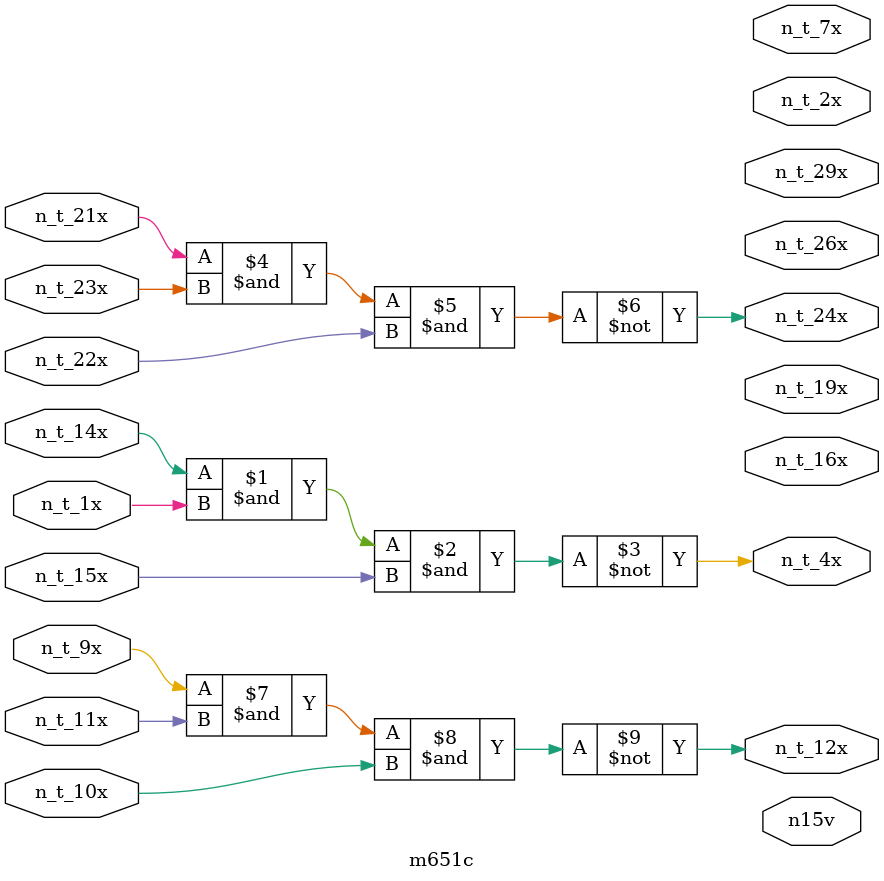
<source format=v>
module m651c (n15v, n_t_10x, n_t_11x, n_t_12x, n_t_14x, n_t_15x, n_t_16x, n_t_19x, n_t_1x, n_t_21x, n_t_22x, n_t_23x, n_t_24x, n_t_26x, n_t_29x, n_t_2x, n_t_4x, n_t_7x, n_t_9x);
output n15v;
input n_t_10x;
input n_t_11x;
output n_t_12x;
input n_t_14x;
input n_t_15x;
output n_t_16x;
output n_t_19x;
input n_t_1x;
input n_t_21x;
input n_t_22x;
input n_t_23x;
output n_t_24x;
output n_t_26x;
output n_t_29x;
output n_t_2x;
output n_t_4x;
output n_t_7x;
input n_t_9x;


assign n_t_4x = ~(n_t_14x & n_t_1x & n_t_15x);
assign n_t_24x = ~(n_t_21x & n_t_23x & n_t_22x);
assign n_t_12x = ~(n_t_9x & n_t_11x & n_t_10x);
// open collector 'wire-or's 
endmodule

</source>
